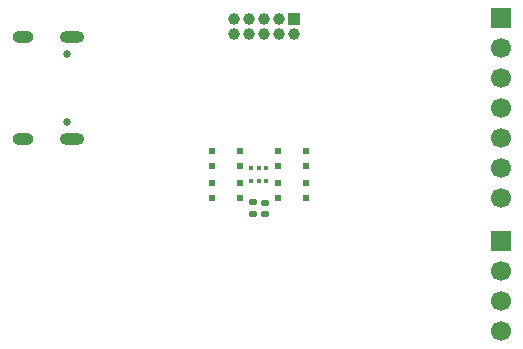
<source format=gbr>
%TF.GenerationSoftware,KiCad,Pcbnew,9.0.1+1*%
%TF.CreationDate,2025-09-07T08:19:20+00:00*%
%TF.ProjectId,ZSWatch-Heartrate-DevKit,5a535761-7463-4682-9d48-656172747261,1.3.0*%
%TF.SameCoordinates,Original*%
%TF.FileFunction,Soldermask,Bot*%
%TF.FilePolarity,Negative*%
%FSLAX46Y46*%
G04 Gerber Fmt 4.6, Leading zero omitted, Abs format (unit mm)*
G04 Created by KiCad (PCBNEW 9.0.1+1) date 2025-09-07 08:19:21*
%MOMM*%
%LPD*%
G01*
G04 APERTURE LIST*
G04 Aperture macros list*
%AMRoundRect*
0 Rectangle with rounded corners*
0 $1 Rounding radius*
0 $2 $3 $4 $5 $6 $7 $8 $9 X,Y pos of 4 corners*
0 Add a 4 corners polygon primitive as box body*
4,1,4,$2,$3,$4,$5,$6,$7,$8,$9,$2,$3,0*
0 Add four circle primitives for the rounded corners*
1,1,$1+$1,$2,$3*
1,1,$1+$1,$4,$5*
1,1,$1+$1,$6,$7*
1,1,$1+$1,$8,$9*
0 Add four rect primitives between the rounded corners*
20,1,$1+$1,$2,$3,$4,$5,0*
20,1,$1+$1,$4,$5,$6,$7,0*
20,1,$1+$1,$6,$7,$8,$9,0*
20,1,$1+$1,$8,$9,$2,$3,0*%
G04 Aperture macros list end*
%ADD10C,0.650000*%
%ADD11O,2.100000X1.000000*%
%ADD12O,1.800000X1.000000*%
%ADD13R,1.700000X1.700000*%
%ADD14C,1.700000*%
%ADD15R,1.000000X1.000000*%
%ADD16C,1.000000*%
%ADD17R,0.550000X0.550000*%
%ADD18RoundRect,0.135000X-0.185000X0.135000X-0.185000X-0.135000X0.185000X-0.135000X0.185000X0.135000X0*%
%ADD19RoundRect,0.140000X-0.170000X0.140000X-0.170000X-0.140000X0.170000X-0.140000X0.170000X0.140000X0*%
%ADD20R,0.400000X0.400000*%
G04 APERTURE END LIST*
D10*
%TO.C,X401*%
X188930000Y-141140000D03*
X188930000Y-146920000D03*
D11*
X189430000Y-139710000D03*
D12*
X185250000Y-139710000D03*
D11*
X189430000Y-148350000D03*
D12*
X185250000Y-148350000D03*
%TD*%
D13*
%TO.C,J402*%
X225700000Y-138135000D03*
D14*
X225700000Y-140675000D03*
X225700000Y-143215000D03*
X225700000Y-145755000D03*
X225700000Y-148295000D03*
X225700000Y-150835000D03*
X225700000Y-153375000D03*
%TD*%
D13*
%TO.C,J401*%
X225700000Y-156975000D03*
D14*
X225700000Y-159515000D03*
X225700000Y-162055000D03*
X225700000Y-164595000D03*
%TD*%
D15*
%TO.C,X403*%
X208200000Y-138200000D03*
D16*
X208200000Y-139470000D03*
X206930000Y-138200000D03*
X206930000Y-139470000D03*
X205660000Y-138200000D03*
X205660000Y-139470000D03*
X204390000Y-138200000D03*
X204390000Y-139470000D03*
X203120000Y-138200000D03*
X203120000Y-139470000D03*
%TD*%
D17*
%TO.C,D403*%
X203590000Y-149375000D03*
X201210000Y-149375000D03*
X203590000Y-150685000D03*
X201210000Y-150685000D03*
X203590000Y-152065000D03*
X201210000Y-152065000D03*
X203590000Y-153375000D03*
X201210000Y-153375000D03*
%TD*%
D18*
%TO.C,R410*%
X204700000Y-153735000D03*
X204700000Y-154755000D03*
%TD*%
D19*
%TO.C,C418*%
X205700000Y-153765000D03*
X205700000Y-154725000D03*
%TD*%
D20*
%TO.C,LED401*%
X205850000Y-151950000D03*
X205850000Y-150800000D03*
X205200000Y-151950000D03*
X205200000Y-150800000D03*
X204550000Y-151950000D03*
X204550000Y-150800000D03*
%TD*%
D17*
%TO.C,D402*%
X209190000Y-149375000D03*
X206810000Y-149375000D03*
X209190000Y-150685000D03*
X206810000Y-150685000D03*
X209190000Y-152065000D03*
X206810000Y-152065000D03*
X209190000Y-153375000D03*
X206810000Y-153375000D03*
%TD*%
M02*

</source>
